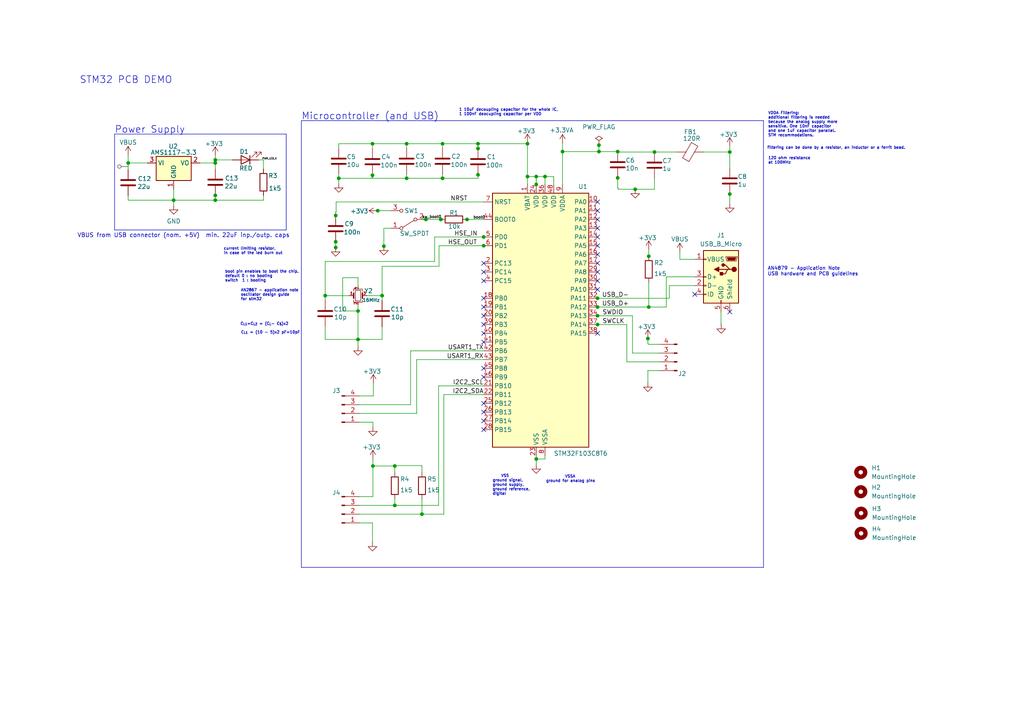
<source format=kicad_sch>
(kicad_sch (version 20230121) (generator eeschema)
  (paper "A4")
  (title_block (title "Udemy STM32 Demo PCB") (date "2024-06-11") (rev "0.1"))
  (lib_symbols
    (symbol "Connector:Conn_01x04_Pin" (pin_names (offset 1.016) hide)
      (property "Reference" "J" (at 0 5.08 0))
      (property "Value" "Conn_01x04_Pin" (at 0 -7.62 0))
      (symbol "Conn_01x04_Pin_1_1"
        (polyline (pts (xy 1.27 -5.08) (xy 0.8636 -5.08)) (stroke (width 0.1524)))
        (polyline (pts (xy 1.27 -2.54) (xy 0.8636 -2.54)) (stroke (width 0.1524)))
        (polyline (pts (xy 1.27 0) (xy 0.8636 0)) (stroke (width 0.1524)))
        (polyline (pts (xy 1.27 2.54) (xy 0.8636 2.54)) (stroke (width 0.1524)))
        (rectangle (start 0.8636 -4.953) (end 0 -5.207) (stroke (width 0.1524)) (fill (type outline)))
        (rectangle (start 0.8636 -2.413) (end 0 -2.667) (stroke (width 0.1524)) (fill (type outline)))
        (rectangle (start 0.8636 0.127) (end 0 -0.127) (stroke (width 0.1524)) (fill (type outline)))
        (rectangle (start 0.8636 2.667) (end 0 2.413) (stroke (width 0.1524)) (fill (type outline)))
        (pin passive line (at 5.08 2.54 180) (length 3.81) (name "Pin_1") (number "1"))
        (pin passive line (at 5.08 0 180) (length 3.81) (name "Pin_2") (number "2"))
        (pin passive line (at 5.08 -2.54 180) (length 3.81) (name "Pin_3") (number "3"))
        (pin passive line (at 5.08 -5.08 180) (length 3.81) (name "Pin_4") (number "4"))
      )
    )
    (symbol "Connector:USB_B_Micro" (pin_names (offset 1.016))
      (property "Reference" "J" (at -5.08 11.43 0))
      (property "Value" "USB_B_Micro" (at -5.08 8.89 0))
      (symbol "USB_B_Micro_0_1"
        (rectangle (start -5.08 -7.62) (end 5.08 7.62) (stroke (width 0.254)) (fill (type background)))
        (circle (center -3.81 2.159) (radius 0.635) (stroke (width 0.254)) (fill (type outline)))
        (circle (center -0.635 3.429) (radius 0.381) (stroke (width 0.254)) (fill (type outline)))
        (rectangle (start -0.127 -7.62) (end 0.127 -6.858))
        (polyline (pts (xy -1.905 2.159) (xy 0.635 2.159)) (stroke (width 0.254)))
        (polyline (pts (xy -3.175 2.159) (xy -2.54 2.159) (xy -1.27 3.429) (xy -0.635 3.429)) (stroke (width 0.254)))
        (polyline (pts (xy -2.54 2.159) (xy -1.905 2.159) (xy -1.27 0.889) (xy 0 0.889)) (stroke (width 0.254)))
        (polyline (pts (xy 0.635 2.794) (xy 0.635 1.524) (xy 1.905 2.159) (xy 0.635 2.794)) (stroke (width 0.254)) (fill (type outline)))
        (polyline (pts (xy -4.318 5.588) (xy -1.778 5.588) (xy -2.032 4.826) (xy -4.064 4.826) (xy -4.318 5.588)) (fill (type outline)))
        (polyline (pts (xy -4.699 5.842) (xy -4.699 5.588) (xy -4.445 4.826) (xy -4.445 4.572) (xy -1.651 4.572) (xy -1.651 4.826) (xy -1.397 5.588) (xy -1.397 5.842) (xy -4.699 5.842)))
        (rectangle (start 0.254 1.27) (end -0.508 0.508) (stroke (width 0.254)) (fill (type outline)))
        (rectangle (start 5.08 -5.207) (end 4.318 -4.953))
        (rectangle (start 5.08 -2.667) (end 4.318 -2.413))
        (rectangle (start 5.08 -0.127) (end 4.318 0.127))
        (rectangle (start 5.08 4.953) (end 4.318 5.207))
      )
      (symbol "USB_B_Micro_1_1"
        (pin power_out line (at 7.62 5.08 180) (length 2.54) (name "VBUS") (number "1"))
        (pin bidirectional line (at 7.62 -2.54 180) (length 2.54) (name "D-") (number "2"))
        (pin bidirectional line (at 7.62 0 180) (length 2.54) (name "D+") (number "3"))
        (pin passive line (at 7.62 -5.08 180) (length 2.54) (name "ID") (number "4"))
        (pin power_out line (at 0 -10.16 90) (length 2.54) (name "GND") (number "5"))
        (pin passive line (at -2.54 -10.16 90) (length 2.54) (name "Shield") (number "6"))
      )
    )
    (symbol "Device:C" (pin_numbers hide) (pin_names (offset 0.254))
      (property "Reference" "C" (at 0.635 2.54 0))
      (property "Value" "C" (at 0.635 -2.54 0))
      (symbol "C_0_1"
        (polyline (pts (xy -2.032 -0.762) (xy 2.032 -0.762)) (stroke (width 0.508)))
        (polyline (pts (xy -2.032 0.762) (xy 2.032 0.762)) (stroke (width 0.508)))
      )
      (symbol "C_1_1"
        (pin passive line (at 0 3.81 270) (length 2.794) (name "~") (number "1"))
        (pin passive line (at 0 -3.81 90) (length 2.794) (name "~") (number "2"))
      )
    )
    (symbol "Device:Crystal_GND24_Small" (pin_names (offset 1.016) hide)
      (property "Reference" "Y" (at 1.27 4.445 0))
      (property "Value" "Crystal_GND24_Small" (at 1.27 2.54 0))
      (symbol "Crystal_GND24_Small_0_1"
        (rectangle (start -0.762 -1.524) (end 0.762 1.524))
        (polyline (pts (xy -1.27 -0.762) (xy -1.27 0.762)) (stroke (width 0.381)))
        (polyline (pts (xy 1.27 -0.762) (xy 1.27 0.762)) (stroke (width 0.381)))
        (polyline (pts (xy -1.27 -1.27) (xy -1.27 -1.905) (xy 1.27 -1.905) (xy 1.27 -1.27)))
        (polyline (pts (xy -1.27 1.27) (xy -1.27 1.905) (xy 1.27 1.905) (xy 1.27 1.27)))
      )
      (symbol "Crystal_GND24_Small_1_1"
        (pin passive line (at -2.54 0 0) (length 1.27) (name "1") (number "1"))
        (pin passive line (at 0 -2.54 90) (length 0.635) (name "2") (number "2"))
        (pin passive line (at 2.54 0 180) (length 1.27) (name "3") (number "3"))
        (pin passive line (at 0 2.54 270) (length 0.635) (name "4") (number "4"))
      )
    )
    (symbol "Device:FerriteBead" (pin_numbers hide) (pin_names (offset 0))
      (property "Reference" "FB" (at -3.81 0.635 90))
      (property "Value" "FerriteBead" (at 3.81 0 90))
      (symbol "FerriteBead_0_1"
        (polyline (pts (xy 0 -1.27) (xy 0 -1.2192)))
        (polyline (pts (xy 0 1.27) (xy 0 1.2954)))
        (polyline (pts (xy -2.7686 0.4064) (xy -1.7018 2.2606) (xy 2.7686 -0.3048) (xy 1.6764 -2.159) (xy -2.7686 0.4064)))
      )
      (symbol "FerriteBead_1_1"
        (pin passive line (at 0 3.81 270) (length 2.54) (name "~") (number "1"))
        (pin passive line (at 0 -3.81 90) (length 2.54) (name "~") (number "2"))
      )
    )
    (symbol "Device:LED" (pin_numbers hide) (pin_names (offset 1.016) hide)
      (property "Reference" "D" (at 0 2.54 0))
      (property "Value" "LED" (at 0 -2.54 0))
      (symbol "LED_0_1"
        (polyline (pts (xy -1.27 -1.27) (xy -1.27 1.27)) (stroke (width 0.254)))
        (polyline (pts (xy -1.27 0) (xy 1.27 0)))
        (polyline (pts (xy 1.27 -1.27) (xy 1.27 1.27) (xy -1.27 0) (xy 1.27 -1.27)) (stroke (width 0.254)))
        (polyline (pts (xy -3.048 -0.762) (xy -4.572 -2.286) (xy -3.81 -2.286) (xy -4.572 -2.286) (xy -4.572 -1.524)))
        (polyline (pts (xy -1.778 -0.762) (xy -3.302 -2.286) (xy -2.54 -2.286) (xy -3.302 -2.286) (xy -3.302 -1.524)))
      )
      (symbol "LED_1_1"
        (pin passive line (at -3.81 0 0) (length 2.54) (name "K") (number "1"))
        (pin passive line (at 3.81 0 180) (length 2.54) (name "A") (number "2"))
      )
    )
    (symbol "Device:R" (pin_numbers hide) (pin_names (offset 0))
      (property "Reference" "R" (at 2.032 0 90))
      (property "Value" "R" (at 0 0 90))
      (symbol "R_0_1"
        (rectangle (start -1.016 -2.54) (end 1.016 2.54) (stroke (width 0.254)))
      )
      (symbol "R_1_1"
        (pin passive line (at 0 3.81 270) (length 1.27) (name "~") (number "1"))
        (pin passive line (at 0 -3.81 90) (length 1.27) (name "~") (number "2"))
      )
    )
    (symbol "MCU_ST_STM32F1:STM32F103C8Tx"
      (property "Reference" "U" (at -12.7 39.37 0))
      (property "Value" "STM32F103C8Tx" (at 10.16 39.37 0))
      (symbol "STM32F103C8Tx_0_1"
        (rectangle (start -12.7 -35.56) (end 15.24 38.1) (stroke (width 0.254)) (fill (type background)))
      )
      (symbol "STM32F103C8Tx_1_1"
        (pin power_in line (at -2.54 40.64 270) (length 2.54) (name "VBAT") (number "1"))
        (pin bidirectional line (at 17.78 35.56 180) (length 2.54) (name "PA0") (number "10"))
        (pin bidirectional line (at 17.78 33.02 180) (length 2.54) (name "PA1") (number "11"))
        (pin bidirectional line (at 17.78 30.48 180) (length 2.54) (name "PA2") (number "12"))
        (pin bidirectional line (at 17.78 27.94 180) (length 2.54) (name "PA3") (number "13"))
        (pin bidirectional line (at 17.78 25.4 180) (length 2.54) (name "PA4") (number "14"))
        (pin bidirectional line (at 17.78 22.86 180) (length 2.54) (name "PA5") (number "15"))
        (pin bidirectional line (at 17.78 20.32 180) (length 2.54) (name "PA6") (number "16"))
        (pin bidirectional line (at 17.78 17.78 180) (length 2.54) (name "PA7") (number "17"))
        (pin bidirectional line (at -15.24 7.62 0) (length 2.54) (name "PB0") (number "18"))
        (pin bidirectional line (at -15.24 5.08 0) (length 2.54) (name "PB1") (number "19"))
        (pin bidirectional line (at -15.24 17.78 0) (length 2.54) (name "PC13") (number "2"))
        (pin bidirectional line (at -15.24 2.54 0) (length 2.54) (name "PB2") (number "20"))
        (pin bidirectional line (at -15.24 -17.78 0) (length 2.54) (name "PB10") (number "21"))
        (pin bidirectional line (at -15.24 -20.32 0) (length 2.54) (name "PB11") (number "22"))
        (pin power_in line (at 0 -38.1 90) (length 2.54) (name "VSS") (number "23"))
        (pin power_in line (at 0 40.64 270) (length 2.54) (name "VDD") (number "24"))
        (pin bidirectional line (at -15.24 -22.86 0) (length 2.54) (name "PB12") (number "25"))
        (pin bidirectional line (at -15.24 -25.4 0) (length 2.54) (name "PB13") (number "26"))
        (pin bidirectional line (at -15.24 -27.94 0) (length 2.54) (name "PB14") (number "27"))
        (pin bidirectional line (at -15.24 -30.48 0) (length 2.54) (name "PB15") (number "28"))
        (pin bidirectional line (at 17.78 15.24 180) (length 2.54) (name "PA8") (number "29"))
        (pin bidirectional line (at -15.24 15.24 0) (length 2.54) (name "PC14") (number "3"))
        (pin bidirectional line (at 17.78 12.7 180) (length 2.54) (name "PA9") (number "30"))
        (pin bidirectional line (at 17.78 10.16 180) (length 2.54) (name "PA10") (number "31"))
        (pin bidirectional line (at 17.78 7.62 180) (length 2.54) (name "PA11") (number "32"))
        (pin bidirectional line (at 17.78 5.08 180) (length 2.54) (name "PA12") (number "33"))
        (pin bidirectional line (at 17.78 2.54 180) (length 2.54) (name "PA13") (number "34"))
        (pin passive line (at 0 -38.1 90) (length 2.54) hide (name "VSS") (number "35"))
        (pin power_in line (at 2.54 40.64 270) (length 2.54) (name "VDD") (number "36"))
        (pin bidirectional line (at 17.78 0 180) (length 2.54) (name "PA14") (number "37"))
        (pin bidirectional line (at 17.78 -2.54 180) (length 2.54) (name "PA15") (number "38"))
        (pin bidirectional line (at -15.24 0 0) (length 2.54) (name "PB3") (number "39"))
        (pin bidirectional line (at -15.24 12.7 0) (length 2.54) (name "PC15") (number "4"))
        (pin bidirectional line (at -15.24 -2.54 0) (length 2.54) (name "PB4") (number "40"))
        (pin bidirectional line (at -15.24 -5.08 0) (length 2.54) (name "PB5") (number "41"))
        (pin bidirectional line (at -15.24 -7.62 0) (length 2.54) (name "PB6") (number "42"))
        (pin bidirectional line (at -15.24 -10.16 0) (length 2.54) (name "PB7") (number "43"))
        (pin input line (at -15.24 30.48 0) (length 2.54) (name "BOOT0") (number "44"))
        (pin bidirectional line (at -15.24 -12.7 0) (length 2.54) (name "PB8") (number "45"))
        (pin bidirectional line (at -15.24 -15.24 0) (length 2.54) (name "PB9") (number "46"))
        (pin passive line (at 0 -38.1 90) (length 2.54) hide (name "VSS") (number "47"))
        (pin power_in line (at 5.08 40.64 270) (length 2.54) (name "VDD") (number "48"))
        (pin bidirectional line (at -15.24 25.4 0) (length 2.54) (name "PD0") (number "5"))
        (pin bidirectional line (at -15.24 22.86 0) (length 2.54) (name "PD1") (number "6"))
        (pin input line (at -15.24 35.56 0) (length 2.54) (name "NRST") (number "7"))
        (pin power_in line (at 2.54 -38.1 90) (length 2.54) (name "VSSA") (number "8"))
        (pin power_in line (at 7.62 40.64 270) (length 2.54) (name "VDDA") (number "9"))
      )
    )
    (symbol "Mechanical:MountingHole" (pin_names (offset 1.016))
      (property "Reference" "H" (at 0 5.08 0))
      (property "Value" "MountingHole" (at 0 3.175 0))
      (symbol "MountingHole_0_1"
        (circle (center 0 0) (radius 1.27) (stroke (width 1.27)))
      )
    )
    (symbol "Regulator_Linear:AMS1117-3.3"
      (property "Reference" "U" (at -3.81 3.175 0))
      (property "Value" "AMS1117-3.3" (at 0 3.175 0))
      (symbol "AMS1117-3.3_0_1"
        (rectangle (start -5.08 -5.08) (end 5.08 1.905) (stroke (width 0.254)) (fill (type background)))
      )
      (symbol "AMS1117-3.3_1_1"
        (pin power_in line (at 0 -7.62 90) (length 2.54) (name "GND") (number "1"))
        (pin power_out line (at 7.62 0 180) (length 2.54) (name "VO") (number "2"))
        (pin power_in line (at -7.62 0 0) (length 2.54) (name "VI") (number "3"))
      )
    )
    (symbol "Switch:SW_SPDT" (pin_names (offset 0) hide)
      (property "Reference" "SW1" (at -0.127 -4.699 0))
      (property "Value" "SW_SPDT" (at -0.127 5.08 0))
      (symbol "SW_SPDT_0_1"
        (circle (center -2.032 0) (radius 0.4572))
        (polyline (pts (xy -1.651 0.254) (xy 1.651 2.286)))
        (circle (center 2.032 -2.54) (radius 0.4572))
        (circle (center 2.032 2.54) (radius 0.4572))
      )
      (symbol "SW_SPDT_1_1"
        (rectangle (start -3.175 3.81) (end 3.175 -3.81) (stroke (width -0.0001)))
        (pin passive line (at 5.08 2.54 180) (length 2.54) (name "A") (number "1"))
        (pin passive line (at -5.08 0 0) (length 2.54) (name "B") (number "2"))
        (pin passive line (at 5.08 -2.54 180) (length 2.54) (name "C") (number "3"))
      )
    )
    (symbol "power:+3.3VA" (power) (pin_names (offset 0))
      (property "Value" "+3.3VA" (at 0 3.556 0))
      (symbol "+3.3VA_0_1"
        (polyline (pts (xy -0.762 1.27) (xy 0 2.54)))
        (polyline (pts (xy 0 0) (xy 0 2.54)))
        (polyline (pts (xy 0 2.54) (xy 0.762 1.27)))
      )
      (symbol "+3.3VA_1_1"
        (pin power_in line (at 0 0 90) (length 0) hide (name "+3.3VA") (number "1"))
      )
    )
    (symbol "power:+3V3" (power) (pin_names (offset 0))
      (property "Value" "+3V3" (at 0 3.556 0))
      (symbol "+3V3_0_1"
        (polyline (pts (xy -0.762 1.27) (xy 0 2.54)))
        (polyline (pts (xy 0 0) (xy 0 2.54)))
        (polyline (pts (xy 0 2.54) (xy 0.762 1.27)))
      )
      (symbol "+3V3_1_1"
        (pin power_in line (at 0 0 90) (length 0) hide (name "+3V3") (number "1"))
      )
    )
    (symbol "power:GND" (power) (pin_names (offset 0))
      (property "Value" "GND" (at 0 -3.81 0))
      (symbol "GND_0_1"
        (polyline (pts (xy 0 0) (xy 0 -1.27) (xy 1.27 -1.27) (xy 0 -2.54) (xy -1.27 -1.27) (xy 0 -1.27)))
      )
      (symbol "GND_1_1"
        (pin power_in line (at 0 0 270) (length 0) hide (name "GND") (number "1"))
      )
    )
    (symbol "power:PWR_FLAG" (power) (pin_numbers hide) (pin_names (offset 0) hide)
      (property "Value" "PWR_FLAG" (at 0 3.81 0))
      (symbol "PWR_FLAG_0_0"
        (pin power_out line (at 0 0 90) (length 0) (name "pwr") (number "1"))
      )
      (symbol "PWR_FLAG_0_1"
        (polyline (pts (xy 0 0) (xy 0 1.27) (xy -1.016 1.905) (xy 0 2.54) (xy 1.016 1.905) (xy 0 1.27)))
      )
    )
    (symbol "power:VBUS" (power) (pin_names (offset 0))
      (property "Value" "VBUS" (at 0 3.81 0))
      (symbol "VBUS_0_1"
        (polyline (pts (xy -0.762 1.27) (xy 0 2.54)))
        (polyline (pts (xy 0 0) (xy 0 2.54)))
        (polyline (pts (xy 0 2.54) (xy 0.762 1.27)))
      )
      (symbol "VBUS_1_1"
        (pin power_in line (at 0 0 90) (length 0) hide (name "VBUS") (number "1"))
      )
    )
  )
  (junction (at 135.4645 63.6541))
  (junction (at 103.8415 98.4521))
  (junction (at 155.5305 53.4941))
  (junction (at 173.7212 43.9691))
  (junction (at 108.0325 50.8271))
  (junction (at 108.1595 135.1551))
  (junction (at 62.4395 47.2711))
  (junction (at 128.3525 51.7161))
  (junction (at 62.4395 46.3821))
  (junction (at 62.4395 58.0661))
  (junction (at 211.6645 56.2881))
  (junction (at 188.1695 89.0541))
  (junction (at 98.2535 51.7161))
  (junction (at 123.5265 63.6541))
  (junction (at 97.3645 70.1311))
  (junction (at 140.2905 68.7341))
  (junction (at 173.3105 94.1341))
  (junction (at 103.8415 90.1971))
  (junction (at 97.3645 62.5111))
  (junction (at 140.2905 71.2741))
  (junction (at 62.4395 56.6691))
  (junction (at 127.8445 63.6541))
  (junction (at 173.3105 86.5141))
  (junction (at 138.6395 41.6831))
  (junction (at 152.9905 51.2081))
  (junction (at 114.5095 135.1551))
  (junction (at 94.3165 85.7521))
  (junction (at 179.1525 43.9691))
  (junction (at 128.3525 41.6831))
  (junction (at 179.1525 51.5891))
  (junction (at 97.3645 71.7821))
  (junction (at 111.3345 71.4011))
  (junction (at 114.5095 146.5851))
  (junction (at 163.1505 43.9691))
  (junction (at 122.3835 149.1251))
  (junction (at 173.3105 89.0541))
  (junction (at 187.9155 98.1981))
  (junction (at 155.5305 133.1231))
  (junction (at 189.8205 44.0961))
  (junction (at 158.0705 51.2081))
  (junction (at 50.3745 58.0661))
  (junction (at 152.9905 41.6831))
  (junction (at 37.1665 47.2711))
  (junction (at 211.6645 44.0912))
  (junction (at 173.3105 91.5941))
  (junction (at 117.9385 51.7161))
  (junction (at 184.2325 54.8911))
  (junction (at 108.0325 41.6831))
  (junction (at 188.1695 74.3221))
  (junction (at 155.5305 51.2081))
  (junction (at 138.6395 43.0801))
  (junction (at 109.5565 61.1141))
  (junction (at 173.7212 42.1051))
  (junction (at 110.8265 85.7521))
  (junction (at 138.6395 50.7001))
  (junction (at 117.9385 41.6831))
  (no_connect (at 140.2905 89.0541))
  (no_connect (at 140.2905 76.3541))
  (no_connect (at 173.3105 76.3541))
  (no_connect (at 173.3105 81.4341))
  (no_connect (at 173.3105 61.1141))
  (no_connect (at 173.3105 83.9741))
  (no_connect (at 173.3105 78.8941))
  (no_connect (at 140.2905 124.6141))
  (no_connect (at 140.2905 86.5141))
  (no_connect (at 173.3105 63.6541))
  (no_connect (at 140.2905 99.2141))
  (no_connect (at 140.2905 91.5941))
  (no_connect (at 140.2905 122.0741))
  (no_connect (at 140.2905 109.3741))
  (no_connect (at 173.3105 71.2741))
  (no_connect (at 211.6645 90.4511))
  (no_connect (at 140.2905 106.8341))
  (no_connect (at 173.3105 73.8141))
  (no_connect (at 140.2905 116.9941))
  (no_connect (at 173.3105 66.1941))
  (no_connect (at 140.2905 81.4341))
  (no_connect (at 140.2905 94.1341))
  (no_connect (at 140.2905 96.6741))
  (no_connect (at 140.2905 119.5341))
  (no_connect (at 173.3105 68.7341))
  (no_connect (at 173.3105 58.5741))
  (no_connect (at 201.5045 85.3711))
  (no_connect (at 173.3105 96.6741))
  (no_connect (at 140.2905 78.8941))
  (wire (pts (xy 179.1525 44.0961) (xy 179.1525 43.9691)))
  (wire (pts (xy 111.3345 71.4011) (xy 111.3345 71.7821)))
  (wire (pts (xy 98.2535 51.7161) (xy 107.9055 51.7161)))
  (wire (pts (xy 94.3165 85.7521) (xy 101.3015 85.7521)))
  (wire (pts (xy 173.7212 43.9691) (xy 179.1525 43.9691)))
  (wire (pts (xy 117.9385 41.6831) (xy 117.9385 42.9531)))
  (wire (pts (xy 194.1385 82.8311) (xy 194.1385 86.5141)))
  (wire (pts (xy 179.1525 51.3351) (xy 179.1525 51.5891)))
  (wire (pts (xy 189.8205 51.7161) (xy 189.8205 54.8911)))
  (wire (pts (xy 211.6645 42.4451) (xy 211.6645 44.0912)))
  (wire (pts (xy 128.3525 50.5731) (xy 128.3525 51.7161)))
  (wire (pts (xy 128.7335 149.1251) (xy 128.7335 114.4541)))
  (wire (pts (xy 138.6395 50.5731) (xy 138.8935 50.5731)))
  (wire (pts (xy 97.3645 61.4951) (xy 97.3645 62.5111)))
  (wire (pts (xy 114.5095 135.1551) (xy 114.5095 137.0601)))
  (wire (pts (xy 97.3645 62.5111) (xy 97.3645 62.6381)))
  (wire (pts (xy 140.2905 71.2741) (xy 140.5445 71.2741)))
  (wire (pts (xy 108.1595 135.1551) (xy 108.1595 144.0451)))
  (wire (pts (xy 94.3165 85.7521) (xy 94.3165 75.8461)))
  (polyline (pts (xy 221.4382 164.5718) (xy 221.4382 34.9901)))
  (wire (pts (xy 188.0212 99.7221) (xy 188.0212 99.8694)))
  (wire (pts (xy 103.8415 90.1971) (xy 99.3965 90.1971)))
  (wire (pts (xy 37.1665 47.2711) (xy 42.7545 47.2711)))
  (wire (pts (xy 107.9055 51.7161) (xy 107.9055 50.8271)))
  (wire (pts (xy 126.0665 68.7341) (xy 140.2905 68.7341)))
  (wire (pts (xy 97.4915 58.5741) (xy 140.2905 58.5741)))
  (wire (pts (xy 138.6395 41.6831) (xy 138.6395 43.0801)))
  (wire (pts (xy 110.8265 94.7691) (xy 110.8265 98.4521)))
  (wire (pts (xy 163.1505 43.9691) (xy 163.1505 53.4941)))
  (wire (pts (xy 204.0445 44.0912) (xy 204.0445 44.0961)))
  (wire (pts (xy 114.5095 144.6801) (xy 114.5095 146.5851)))
  (wire (pts (xy 97.4915 61.4951) (xy 97.3645 61.4951)))
  (wire (pts (xy 193.2495 80.2911) (xy 193.2495 89.0541)))
  (wire (pts (xy 108.0325 51.7161) (xy 108.0325 50.8271)))
  (wire (pts (xy 108.0325 151.6651) (xy 108.0325 157.2531)))
  (wire (pts (xy 179.2795 54.5101) (xy 179.2795 54.8911)))
  (wire (pts (xy 108.1595 122.4551) (xy 108.1595 123.8521)))
  (wire (pts (xy 104.2225 146.5851) (xy 114.5095 146.5851)))
  (wire (pts (xy 155.5305 133.1231) (xy 158.0705 133.1231)))
  (wire (pts (xy 37.1665 58.0661) (xy 50.3745 58.0661)))
  (wire (pts (xy 62.4395 47.2711) (xy 62.4395 49.0491)))
  (wire (pts (xy 97.3645 71.7821) (xy 97.3645 71.9091)))
  (wire (pts (xy 104.2225 117.3751) (xy 119.0815 117.3751)))
  (wire (pts (xy 209.1245 90.4511) (xy 209.1245 94.1197)))
  (wire (pts (xy 122.3835 63.6541) (xy 123.5265 63.6541)))
  (wire (pts (xy 138.6395 41.6831) (xy 152.9905 41.6831)))
  (wire (pts (xy 197.1865 75.2111) (xy 201.5045 75.2111)))
  (polyline (pts (xy 87.4153 164.5718) (xy 221.4382 164.5718)))
  (wire (pts (xy 120.8595 104.2941) (xy 140.2905 104.2941)))
  (wire (pts (xy 110.8265 85.7521) (xy 110.8265 87.1491)))
  (wire (pts (xy 114.5095 135.1551) (xy 108.1595 135.1551)))
  (wire (pts (xy 122.3835 137.0601) (xy 122.3835 135.0281)))
  (wire (pts (xy 50.3745 58.0661) (xy 62.4395 58.0661)))
  (wire (pts (xy 108.1595 133.1231) (xy 108.1595 135.1551)))
  (wire (pts (xy 138.6395 43.2071) (xy 138.6395 43.0801)))
  (wire (pts (xy 127.3365 77.2431) (xy 127.3365 71.2741)))
  (wire (pts (xy 122.3835 135.0281) (xy 114.5095 135.0281)))
  (wire (pts (xy 122.3835 149.1251) (xy 128.7335 149.1251)))
  (wire (pts (xy 173.7212 42.1051) (xy 173.7212 43.9691)))
  (wire (pts (xy 108.0325 51.7161) (xy 117.9385 51.7161)))
  (wire (pts (xy 173.0565 91.5941) (xy 173.3105 91.5941)))
  (wire (pts (xy 62.4395 45.1121) (xy 62.4395 46.3821)))
  (wire (pts (xy 187.8942 107.5961) (xy 187.8942 107.4894)))
  (polyline (pts (xy 83.0135 38.8891) (xy 33.2295 38.8891)))
  (wire (pts (xy 158.0705 133.1231) (xy 158.0705 132.2341)))
  (wire (pts (xy 108.0325 43.0801) (xy 108.0325 41.6831)))
  (wire (pts (xy 211.6645 44.0912) (xy 211.6645 48.6681)))
  (wire (pts (xy 173.1835 94.1341) (xy 173.3105 94.1341)))
  (wire (pts (xy 37.1665 56.7961) (xy 37.1665 58.0661)))
  (wire (pts (xy 179.1525 51.5891) (xy 179.1525 54.5101)))
  (wire (pts (xy 110.8265 98.4521) (xy 103.8415 98.4521)))
  (wire (pts (xy 127.8445 63.6541) (xy 128.3525 63.6541)))
  (wire (pts (xy 98.2535 50.5731) (xy 98.2535 51.7161)))
  (wire (pts (xy 187.9155 98.0711) (xy 187.9155 98.1981)))
  (wire (pts (xy 103.8415 90.1971) (xy 103.8415 98.4521)))
  (wire (pts (xy 187.8942 107.5961) (xy 187.9155 107.5961)))
  (wire (pts (xy 179.2795 54.8911) (xy 184.2325 54.8911)))
  (wire (pts (xy 191.3232 99.8694) (xy 188.0212 99.8694)))
  (wire (pts (xy 155.5305 132.2341) (xy 155.5305 133.1231)))
  (wire (pts (xy 104.2225 144.0451) (xy 108.1595 144.0451)))
  (wire (pts (xy 99.3965 80.5451) (xy 103.8415 80.5451)))
  (wire (pts (xy 173.3105 89.0541) (xy 188.1695 89.0541)))
  (wire (pts (xy 98.2535 41.6831) (xy 108.0325 41.6831)))
  (wire (pts (xy 94.3165 75.8461) (xy 126.0665 75.8461)))
  (wire (pts (xy 152.9905 41.4291) (xy 152.9905 41.6831)))
  (wire (pts (xy 181.7982 104.9494) (xy 181.7982 94.1341)))
  (wire (pts (xy 158.0705 51.2081) (xy 155.5305 51.2081)))
  (wire (pts (xy 103.8415 98.4521) (xy 103.8415 100.4841)))
  (wire (pts (xy 103.8415 88.2921) (xy 103.8415 90.1971)))
  (wire (pts (xy 62.4395 56.4151) (xy 62.4395 56.6691)))
  (wire (pts (xy 128.3525 42.9531) (xy 128.3525 41.6831)))
  (wire (pts (xy 123.5265 63.6541) (xy 127.8445 63.6541)))
  (wire (pts (xy 211.6645 56.2881) (xy 211.6645 56.0341)))
  (wire (pts (xy 120.8595 119.9151) (xy 120.8595 104.2941)))
  (wire (pts (xy 110.8265 77.2431) (xy 127.3365 77.2431)))
  (polyline (pts (xy 87.4502 34.9901) (xy 221.4382 34.9901)))
  (wire (pts (xy 128.3525 63.5271) (xy 128.3525 63.6541)))
  (wire (pts (xy 114.5095 146.5851) (xy 127.2095 146.5851)))
  (wire (pts (xy 37.1665 44.9851) (xy 37.1665 47.2711)))
  (wire (pts (xy 128.4795 63.5271) (xy 128.3525 63.5271)))
  (wire (pts (xy 94.3165 87.1491) (xy 94.3165 85.7521)))
  (wire (pts (xy 119.0815 101.7541) (xy 140.2905 101.7541)))
  (wire (pts (xy 173.3105 91.5941) (xy 183.4492 91.5941)))
  (wire (pts (xy 126.0665 75.8461) (xy 126.0665 68.7341)))
  (wire (pts (xy 76.4095 58.0661) (xy 62.4395 58.0661)))
  (wire (pts (xy 160.6105 51.2081) (xy 160.6105 53.4941)))
  (wire (pts (xy 50.3745 54.8911) (xy 50.3745 58.0661)))
  (wire (pts (xy 188.1695 72.4171) (xy 188.1695 74.3221)))
  (wire (pts (xy 152.9905 41.6831) (xy 152.9905 51.2081)))
  (wire (pts (xy 104.2225 114.8351) (xy 108.2865 114.8351)))
  (wire (pts (xy 138.6395 51.7161) (xy 138.6395 50.7001)))
  (wire (pts (xy 179.1525 54.5101) (xy 179.2795 54.5101)))
  (wire (pts (xy 191.3232 102.4094) (xy 183.4492 102.4094)))
  (wire (pts (xy 98.2535 53.2401) (xy 98.2535 51.7161)))
  (wire (pts (xy 117.9385 41.6831) (xy 128.3525 41.6831)))
  (wire (pts (xy 50.3745 58.0661) (xy 50.3745 59.5901)))
  (wire (pts (xy 188.0212 99.7221) (xy 187.9155 99.7221)))
  (wire (pts (xy 99.3965 90.1971) (xy 99.3965 80.5451)))
  (wire (pts (xy 173.7212 42.1051) (xy 173.7149 42.1051)))
  (wire (pts (xy 155.5305 53.4941) (xy 155.5305 53.6211)))
  (wire (pts (xy 160.6105 51.2081) (xy 158.0705 51.2081)))
  (polyline (pts (xy 83.0135 66.7021) (xy 83.0135 38.8891)))
  (wire (pts (xy 104.2225 119.9151) (xy 120.8595 119.9151)))
  (wire (pts (xy 188.1695 81.9421) (xy 188.1695 89.0541)))
  (wire (pts (xy 62.4395 56.6691) (xy 62.4395 58.0661)))
  (wire (pts (xy 189.8205 44.0961) (xy 196.4245 44.0961)))
  (wire (pts (xy 173.7212 41.9781) (xy 173.7212 42.1051)))
  (wire (pts (xy 97.4915 61.4951) (xy 97.4915 58.5741)))
  (wire (pts (xy 155.5305 133.1231) (xy 155.5305 134.7741)))
  (wire (pts (xy 187.8942 107.4894) (xy 191.3232 107.4894)))
  (wire (pts (xy 106.3815 85.7521) (xy 110.8265 85.7521)))
  (wire (pts (xy 37.1665 49.1761) (xy 37.1665 47.2711)))
  (polyline (pts (xy 33.2295 38.8891) (xy 33.2295 66.7021)))
  (wire (pts (xy 155.5305 51.2081) (xy 155.5305 53.4941)))
  (wire (pts (xy 98.2535 42.9531) (xy 98.2535 41.6831)))
  (wire (pts (xy 62.4395 46.3821) (xy 67.3925 46.3821)))
  (wire (pts (xy 127.2095 111.9141) (xy 140.2905 111.9141)))
  (wire (pts (xy 128.3525 41.6831) (xy 138.6395 41.6831)))
  (wire (pts (xy 97.3645 70.0041) (xy 97.3645 70.1311)))
  (wire (pts (xy 109.4295 61.1141) (xy 109.5565 61.1141)))
  (wire (pts (xy 187.9155 107.5961) (xy 187.9155 111.0251)))
  (wire (pts (xy 211.6645 56.2881) (xy 211.6645 59.0821)))
  (wire (pts (xy 173.0565 86.5141) (xy 173.3105 86.5141)))
  (wire (pts (xy 204.0445 44.0912) (xy 211.6645 44.0912)))
  (wire (pts (xy 173.1835 89.0541) (xy 173.3105 89.0541)))
  (wire (pts (xy 134.9565 63.6541) (xy 135.4645 63.6541)))
  (wire (pts (xy 138.6395 50.7001) (xy 138.8935 50.7001)))
  (wire (pts (xy 173.7149 42.1051) (xy 173.7149 42.0337)))
  (wire (pts (xy 201.5045 80.2911) (xy 193.2495 80.2911)))
  (wire (pts (xy 155.5305 51.2081) (xy 152.9905 51.2081)))
  (wire (pts (xy 188.1695 74.3221) (xy 188.1695 74.4491)))
  (wire (pts (xy 191.3232 104.9494) (xy 181.7982 104.9494)))
  (wire (pts (xy 103.8415 98.4521) (xy 94.3165 98.4521)))
  (wire (pts (xy 108.0325 41.6831) (xy 117.9385 41.6831)))
  (polyline (pts (xy 87.4153 34.9867) (xy 87.4153 164.5718)))
  (wire (pts (xy 209.1245 94.1197) (xy 209.1822 94.1197)))
  (wire (pts (xy 122.3835 63.5271) (xy 122.3835 63.6541)))
  (wire (pts (xy 173.3105 94.1341) (xy 181.7982 94.1341)))
  (wire (pts (xy 163.1505 41.5561) (xy 163.1505 43.9691)))
  (wire (pts (xy 184.2325 54.8911) (xy 189.8205 54.8911)))
  (wire (pts (xy 104.2225 151.6651) (xy 108.0325 151.6651)))
  (wire (pts (xy 98.1265 51.7161) (xy 98.2535 51.7161)))
  (wire (pts (xy 138.8935 50.7001) (xy 138.8935 50.5731)))
  (wire (pts (xy 103.8415 80.5451) (xy 103.8415 83.2121)))
  (wire (pts (xy 114.5095 135.0281) (xy 114.5095 135.1551)))
  (wire (pts (xy 104.2225 149.1251) (xy 122.3835 149.1251)))
  (wire (pts (xy 127.3365 71.2741) (xy 140.2905 71.2741)))
  (wire (pts (xy 107.9055 50.8271) (xy 108.0325 50.8271)))
  (wire (pts (xy 110.8265 77.2431) (xy 110.8265 85.7521)))
  (wire (pts (xy 108.0325 50.8271) (xy 108.0325 50.7001)))
  (polyline (pts (xy 33.2295 66.7021) (xy 83.0135 66.7021)))
  (wire (pts (xy 75.0125 46.3821) (xy 76.4095 46.3821)))
  (wire (pts (xy 127.2095 146.5851) (xy 127.2095 111.9141)))
  (wire (pts (xy 163.1505 43.9691) (xy 173.7212 43.9691)))
  (wire (pts (xy 140.2905 68.7341) (xy 140.5445 68.7341)))
  (wire (pts (xy 108.2865 114.8351) (xy 108.2865 111.1521)))
  (wire (pts (xy 111.3345 66.1941) (xy 111.3345 71.4011)))
  (wire (pts (xy 179.1525 44.0961) (xy 189.8205 44.0961)))
  (wire (pts (xy 76.4095 56.6691) (xy 76.4095 58.0661)))
  (wire (pts (xy 128.3525 51.7161) (xy 138.6395 51.7161)))
  (wire (pts (xy 117.9385 51.7161) (xy 128.3525 51.7161)))
  (wire (pts (xy 122.3835 144.6801) (xy 122.3835 149.1251)))
  (wire (pts (xy 128.7335 114.4541) (xy 140.2905 114.4541)))
  (wire (pts (xy 109.5565 61.1141) (xy 113.3665 61.1141)))
  (wire (pts (xy 104.2225 122.4551) (xy 108.1595 122.4551)))
  (wire (pts (xy 183.4492 102.4094) (xy 183.4492 91.5941)))
  (wire (pts (xy 135.4645 63.6541) (xy 140.2905 63.6541)))
  (wire (pts (xy 173.3105 86.5141) (xy 194.1385 86.5141)))
  (wire (pts (xy 152.9905 51.2081) (xy 152.9905 53.4941)))
  (wire (pts (xy 197.1865 73.0521) (xy 197.1865 75.2111)))
  (wire (pts (xy 62.4395 46.3821) (xy 62.4395 47.2711)))
  (wire (pts (xy 158.0705 51.2081) (xy 158.0705 53.4941)))
  (wire (pts (xy 201.5045 82.8311) (xy 194.1385 82.8311)))
  (wire (pts (xy 188.1695 89.0541) (xy 193.2495 89.0541)))
  (wire (pts (xy 57.9945 47.2711) (xy 62.4395 47.2711)))
  (wire (pts (xy 117.9385 50.5731) (xy 117.9385 51.7161)))
  (wire (pts (xy 187.9155 99.7221) (xy 187.9155 98.1981)))
  (wire (pts (xy 119.0815 117.3751) (xy 119.0815 101.7541)))
  (wire (pts (xy 113.3665 66.1941) (xy 111.3345 66.1941)))
  (wire (pts (xy 97.3645 70.1311) (xy 97.3645 71.7821)))
  (wire (pts (xy 76.4095 46.3821) (xy 76.4095 49.0491)))
  (wire (pts (xy 94.3165 94.7691) (xy 94.3165 98.4521)))
  (text "AN4879 - Application Note\nUSB hardware and PCB guidelines" (at 222.6096 80.1669 0) (effects (font (size 1 1)) (justify left bottom)))
  (text "120 ohm resistance\nat 100MHz\n" (at 222.7736 47.7519 0) (effects (font (size 0.8 0.8)) (justify left bottom)))
  (text "Power Supply" (at 33.2295 38.8891 0) (effects (font (size 2 2)) (justify left bottom)))
  (text "VDDA Filtering:\nadditional filtering is needed \nbecause the analog supply more \nsensitive. One 10nF capacitor \nand one 1uF capacitor parallel.\nSTM recommodations. " (at 222.738 39.8462 0) (effects (font (size 0.8 0.8)) (justify left bottom)))
  (text "1 10uF decoupling capacitor for the whole IC,\n1 100nF deocupling capacitor per VDD\n \n" (at 133.1069 34.9901 0) (effects (font (size 0.8 0.8)) (justify left bottom)))
  (text "VBUS from USB connector (nom. +5V)  min. 22uF inp./outp. caps" (at 22.4123 69.0953 0) (effects (font (size 1.2 1.2)) (justify left bottom)))
  (text "C_{L1} = (10 - 5)x2 pF=10pF\n" (at 69.8494 97.0239 0) (effects (font (size 0.8 0.8)) (justify left bottom)))
  (text "filtering can be done by a resistor, an inductor or a ferrit bead." (at 222.4812 43.4416 0) (effects (font (size 0.8 0.8)) (justify left bottom)))
  (text "         VSSA\nground for analog pins" (at 158.3245 140.1081 0) (effects (font (size 0.8 0.8)) (justify left bottom)))
  (text "Microcontroller (and USB)" (at 87.4153 34.9867 0) (effects (font (size 2 2)) (justify left bottom)))
  (text "C_{L1}=C_{L2} = (C_{L}- C_{S})x2" (at 69.6734 94.5488 0) (effects (font (size 0.8 0.8)) (justify left bottom)))
  (text "boot pin enables to boot the chip,\ndefault 0 : no booting\nswitch  1 : booting " (at 65.2156 81.9512 0) (effects (font (size 0.8 0.8)) (justify left bottom)))
  (text "AN2867 - application note \noscillator design guide\nfor stm32\n" (at 69.8018 87.3578 0) (effects (font (size 0.8 0.8)) (justify left bottom)))
  (text "    VSS\nground signal,\nground supply,\nground reference,\ndigital" (at 142.8305 143.7911 0) (effects (font (size 0.8 0.8)) (justify left bottom)))
  (text "current limiting resistor,\nin case of the led burn out" (at 64.8441 73.9999 0) (effects (font (size 0.8 0.8)) (justify left bottom)))
  (text "STM32 PCB DEMO " (at 23.0608 24.46 0) (effects (font (size 2 2)) (justify left bottom)))
  (label "USART1_TX" (at 140.2905 101.7541 180))
  (label "I2C2_SCL" (at 140.2905 111.9141 180))
  (label "SWDIO" (at 174.7075 91.5941 0))
  (label "PWR_LED_K" (at 76.0285 46.3821 0) (effects (font (size 0.5 0.5))))
  (label "sw_boot0" (at 122.3835 63.5271 0) (effects (font (size 0.8 0.8))))
  (label "boot0" (at 137.2108 63.6541 0) (effects (font (size 0.8 0.8))))
  (label "USB_D-" (at 174.5805 86.5141 0))
  (label "I2C2_SDA" (at 140.2905 114.4541 180))
  (label "SWCLK" (at 174.7075 94.1341 0))
  (label "HSE_IN" (at 138.5125 68.7341 180))
  (label "USART1_RX" (at 140.2905 104.2941 180))
  (label "HSE_OUT" (at 138.3855 71.2741 180))
  (label "NRST" (at 130.6385 58.5741 0))
  (label "USB_D+" (at 174.5805 89.0541 0))
  (netclass_flag "" (length 2.54) (shape round) (at 37.1665 48.3045 90) (property "Netclass" "POWER" (effects hide)))
  (symbol (lib_id "Device:C") (at 62.4395 52.8591 0) (unit 1)
    (property "Reference" "C13" (at 65.2335 51.7161 0) (effects (justify left)))
    (property "Value" "22u" (at 65.1065 54.0021 0) (effects (justify left)))
    (property "Footprint" "Capacitor_SMD:C_0805_2012Metric" (effects hide))
  )
  (symbol (lib_id "Regulator_Linear:AMS1117-3.3") (at 50.3745 47.2711 0) (unit 1)
    (property "Reference" "U2" (at 50.2475 42.4451 0))
    (property "Value" "AMS1117-3.3" (at 50.3745 44.2231 0))
    (property "Footprint" "Package_TO_SOT_SMD:SOT-223-3_TabPin2" (effects hide))
    (property "Datasheet" "http://www.advanced-monolithic.com/pdf/ds1117.pdf" (effects hide))
  )
  (symbol (lib_id "Device:C") (at 97.3645 66.3211 0) (unit 1)
    (property "Reference" "C9" (at 99.9045 64.9241 0) (effects (justify left)))
    (property "Value" "100n" (at 99.6505 67.3371 0) (effects (justify left)))
    (property "Footprint" "Capacitor_SMD:C_0402_1005Metric" (effects hide))
  )
  (symbol (lib_id "power:PWR_FLAG") (at 173.7149 42.0337 0) (unit 1)
    (property "Reference" "#FLG01" (effects hide))
    (property "Value" "PWR_FLAG" (at 173.7149 36.83 0))
  )
  (symbol (lib_id "Device:C") (at 117.9385 46.7631 0) (unit 1)
    (property "Reference" "C3" (at 120.4785 45.3661 0) (effects (justify left)))
    (property "Value" "100n" (at 120.2245 47.7791 0) (effects (justify left)))
    (property "Footprint" "Capacitor_SMD:C_0402_1005Metric" (effects hide))
  )
  (symbol (lib_id "power:+3V3") (at 62.4395 45.1121 0) (unit 1)
    (property "Reference" "#PWR018" (effects hide))
    (property "Value" "+3V3" (at 62.0585 41.6831 0))
  )
  (symbol (lib_id "power:+3V3") (at 211.6645 42.4451 0) (unit 1)
    (property "Reference" "#PWR07" (effects hide))
    (property "Value" "+3V3" (at 211.2835 39.0161 0))
  )
  (symbol (lib_id "power:GND") (at 98.2535 53.2401 0) (unit 1)
    (property "Reference" "#PWR02" (effects hide))
    (property "Value" "GND" (effects hide))
  )
  (symbol (lib_id "Device:C") (at 108.0325 46.8901 0) (unit 1)
    (property "Reference" "C4" (at 110.5725 45.4931 0) (effects (justify left)))
    (property "Value" "100n" (at 110.3185 47.9061 0) (effects (justify left)))
    (property "Footprint" "Capacitor_SMD:C_0402_1005Metric" (effects hide))
  )
  (symbol (lib_id "power:VBUS") (at 37.1665 44.9851 0) (unit 1)
    (property "Reference" "#PWR017" (effects hide))
    (property "Value" "VBUS" (at 37.1665 41.3021 0))
  )
  (symbol (lib_id "Connector:Conn_01x04_Pin") (at 99.1425 119.9151 0) (mirror x) (unit 1)
    (property "Reference" "J3" (at 98.7615 113.3111 0) (effects (justify right)))
    (property "Value" "Conn_01x04_Pin" (effects hide))
    (property "Footprint" "Connector_PinHeader_2.54mm:PinHeader_1x04_P2.54mm_Vertical" (effects hide))
  )
  (symbol (lib_id "power:GND") (at 155.5305 134.7741 0) (unit 1)
    (property "Reference" "#PWR03" (effects hide))
    (property "Value" "GND" (effects hide))
  )
  (symbol (lib_id "Connector:Conn_01x04_Pin") (at 99.1425 149.1251 0) (mirror x) (unit 1)
    (property "Reference" "J4" (at 98.7615 142.9021 0) (effects (justify right)))
    (property "Value" "Conn_01x04_Pin" (effects hide))
    (property "Footprint" "Connector_PinHeader_2.54mm:PinHeader_1x04_P2.54mm_Vertical" (effects hide))
  )
  (symbol (lib_id "power:GND") (at 103.8415 100.4841 0) (unit 1)
    (property "Reference" "#PWR011" (effects hide))
    (property "Value" "GND" (effects hide))
  )
  (symbol (lib_id "Connector:Conn_01x04_Pin") (at 196.4032 104.9494 180) (unit 1)
    (property "Reference" "J2" (at 196.6572 108.3784 0) (effects (justify right)))
    (property "Value" "Conn_01x04_Pin" (effects hide))
    (property "Footprint" "Connector_PinHeader_2.54mm:PinHeader_1x04_P2.54mm_Vertical" (effects hide))
  )
  (symbol (lib_id "Device:C") (at 179.1525 47.7791 0) (unit 1)
    (property "Reference" "C6" (at 181.4385 46.5091 0) (effects (justify left)))
    (property "Value" "10n" (at 181.4385 48.7951 0) (effects (justify left)))
    (property "Footprint" "Capacitor_SMD:C_0402_1005Metric" (effects hide))
  )
  (symbol (lib_id "power:+3V3") (at 188.1695 72.4171 0) (unit 1)
    (property "Reference" "#PWR013" (effects hide))
    (property "Value" "+3V3" (at 187.7885 68.9881 0))
  )
  (symbol (lib_id "Device:R") (at 188.1695 78.1321 0) (unit 1)
    (property "Reference" "R2" (at 189.6935 76.2271 0) (effects (justify left)))
    (property "Value" "1k5" (at 189.6935 79.4021 0) (effects (justify left)))
    (property "Footprint" "Resistor_SMD:R_0402_1005Metric" (effects hide))
  )
  (symbol (lib_id "power:GND") (at 108.0325 157.2531 0) (unit 1)
    (property "Reference" "#PWR022" (effects hide))
    (property "Value" "GND" (effects hide))
  )
  (symbol (lib_id "Connector:USB_B_Micro") (at 209.1245 80.2911 0) (mirror y) (unit 1)
    (property "Reference" "J1" (at 209.1245 68.2261 0))
    (property "Value" "USB_B_Micro" (at 209.1245 70.7661 0))
    (property "Footprint" "Connector_USB:USB_Micro-B_Wuerth_629105150521" (effects hide))
  )
  (symbol (lib_id "Mechanical:MountingHole") (at 249.7578 148.8353 0) (unit 1)
    (property "Reference" "H3" (at 252.8428 147.5653 0) (effects (justify left)))
    (property "Value" "MountingHole" (at 252.8428 150.1053 0) (effects (justify left)))
    (property "Footprint" "MountingHole:MountingHole_2.2mm_M2" (effects hide))
  )
  (symbol (lib_id "power:VBUS") (at 197.1865 73.0521 0) (unit 1)
    (property "Reference" "#PWR012" (effects hide))
    (property "Value" "VBUS" (at 197.1865 69.3691 0))
  )
  (symbol (lib_id "power:+3V3") (at 108.1595 133.1231 0) (unit 1)
    (property "Reference" "#PWR020" (effects hide))
    (property "Value" "+3V3" (at 107.7785 129.6941 0))
  )
  (symbol (lib_id "Mechanical:MountingHole") (at 249.6663 142.615 0) (unit 1)
    (property "Reference" "H2" (at 252.7513 141.345 0) (effects (justify left)))
    (property "Value" "MountingHole" (at 252.7513 143.885 0) (effects (justify left)))
    (property "Footprint" "MountingHole:MountingHole_2.2mm_M2" (effects hide))
  )
  (symbol (lib_id "power:GND") (at 209.1822 94.1197 0) (unit 1)
    (property "Reference" "#PWR023" (effects hide))
    (property "Value" "GND" (effects hide))
  )
  (symbol (lib_id "Device:C") (at 98.2535 46.7631 0) (unit 1)
    (property "Reference" "C5" (at 100.5395 45.4931 0) (effects (justify left)))
    (property "Value" "10u" (at 100.5395 47.7791 0) (effects (justify left)))
    (property "Footprint" "Capacitor_SMD:C_0603_1608Metric" (effects hide))
  )
  (symbol (lib_id "power:+3V3") (at 152.9905 41.4291 0) (unit 1)
    (property "Reference" "#PWR01" (effects hide))
    (property "Value" "+3V3" (at 152.6095 38.0001 0))
  )
  (symbol (lib_id "power:+3.3VA") (at 163.1505 41.5561 0) (unit 1)
    (property "Reference" "#PWR05" (effects hide))
    (property "Value" "+3.3VA" (at 162.8965 37.7461 0))
  )
  (symbol (lib_id "power:+3V3") (at 108.2865 111.1521 0) (unit 1)
    (property "Reference" "#PWR019" (effects hide))
    (property "Value" "+3V3" (at 107.9055 107.7231 0))
  )
  (symbol (lib_id "power:GND") (at 211.6645 59.0821 0) (unit 1)
    (property "Reference" "#PWR06" (effects hide))
    (property "Value" "GND" (effects hide))
  )
  (symbol (lib_id "Device:C") (at 128.3525 46.7631 0) (unit 1)
    (property "Reference" "C2" (at 130.8925 45.3661 0) (effects (justify left)))
    (property "Value" "100n" (at 130.6385 47.7791 0) (effects (justify left)))
    (property "Footprint" "Capacitor_SMD:C_0402_1005Metric" (effects hide))
  )
  (symbol (lib_id "Device:LED") (at 71.2025 46.3821 180) (unit 1)
    (property "Reference" "D1" (at 70.8215 43.9691 0))
    (property "Value" "RED" (at 71.3295 48.7951 0))
    (property "Footprint" "LED_SMD:LED_0603_1608Metric" (effects hide))
  )
  (symbol (lib_id "Device:FerriteBead") (at 200.2345 44.0961 90) (unit 1)
    (property "Reference" "FB1" (at 200.2345 38.2541 90))
    (property "Value" "120R" (at 200.6155 40.1591 90))
    (property "Footprint" "Inductor_SMD:L_0603_1608Metric" (effects hide))
  )
  (symbol (lib_id "Device:R") (at 131.6545 63.6541 90) (unit 1)
    (property "Reference" "R1" (at 131.6545 61.7491 90))
    (property "Value" "10k" (at 131.7815 65.6861 90))
    (property "Footprint" "Resistor_SMD:R_0402_1005Metric" (effects hide))
  )
  (symbol (lib_id "Switch:SW_SPDT") (at 118.4465 63.6541 180) (unit 1)
    (property "Reference" "SW1" (at 119.3355 61.1141 0))
    (property "Value" "SW_SPDT" (at 120.2245 67.7181 0))
    (property "Footprint" "Button_Switch_SMD:SW_SPDT_PCM12" (effects hide))
  )
  (symbol (lib_id "power:GND") (at 187.9155 111.0251 0) (unit 1)
    (property "Reference" "#PWR015" (effects hide))
    (property "Value" "GND" (effects hide))
  )
  (symbol (lib_id "Device:C") (at 138.6395 46.8901 0) (unit 1)
    (property "Reference" "C1" (at 141.1795 45.4931 0) (effects (justify left)))
    (property "Value" "100n" (at 140.9255 47.9061 0) (effects (justify left)))
    (property "Footprint" "Capacitor_SMD:C_0402_1005Metric" (effects hide))
  )
  (symbol (lib_id "Device:R") (at 76.4095 52.8591 0) (unit 1)
    (property "Reference" "R3" (at 77.8065 50.9541 0) (effects (justify left)))
    (property "Value" "1k5" (at 77.9335 54.6371 0) (effects (justify left)))
    (property "Footprint" "Resistor_SMD:R_0402_1005Metric" (effects hide))
  )
  (symbol (lib_id "power:GND") (at 108.1595 123.8521 0) (unit 1)
    (property "Reference" "#PWR021" (effects hide))
    (property "Value" "GND" (effects hide))
  )
  (symbol (lib_id "Mechanical:MountingHole") (at 249.645 136.9823 0) (unit 1)
    (property "Reference" "H1" (at 252.73 135.7123 0) (effects (justify left)))
    (property "Value" "MountingHole" (at 252.73 138.2523 0) (effects (justify left)))
    (property "Footprint" "MountingHole:MountingHole_2.2mm_M2" (effects hide))
  )
  (symbol (lib_id "Device:C") (at 189.8205 47.9061 0) (unit 1)
    (property "Reference" "C7" (at 192.1065 46.6361 0) (effects (justify left)))
    (property "Value" "1u" (at 192.1065 48.9221 0) (effects (justify left)))
    (property "Footprint" "Capacitor_SMD:C_0402_1005Metric" (effects hide))
  )
  (symbol (lib_id "Device:R") (at 114.5095 140.8701 0) (unit 1)
    (property "Reference" "R4" (at 116.0335 138.9651 0) (effects (justify left)))
    (property "Value" "1k5" (at 116.0335 142.1401 0) (effects (justify left)))
    (property "Footprint" "Resistor_SMD:R_0402_1005Metric" (effects hide))
  )
  (symbol (lib_id "power:GND") (at 184.2325 54.8911 0) (unit 1)
    (property "Reference" "#PWR04" (effects hide))
    (property "Value" "GND" (effects hide))
  )
  (symbol (lib_id "Device:Crystal_GND24_Small") (at 103.8415 85.7521 0) (unit 1)
    (property "Reference" "Y2" (at 106.8895 84.3551 0))
    (property "Value" "16MHz" (at 107.6515 87.0221 0) (effects (font (size 1 1))))
    (property "Footprint" "Crystal:Crystal_SMD_3225-4Pin_3.2x2.5mm_HandSoldering" (effects hide))
  )
  (symbol (lib_id "Device:C") (at 110.8265 90.9591 0) (unit 1)
    (property "Reference" "C11" (at 113.2395 89.6891 0) (effects (justify left)))
    (property "Value" "10p" (at 113.3665 91.9751 0) (effects (justify left)))
    (property "Footprint" "Capacitor_SMD:C_0402_1005Metric" (effects hide))
  )
  (symbol (lib_id "Device:R") (at 122.3835 140.8701 0) (unit 1)
    (property "Reference" "R5" (at 123.9075 138.9651 0) (effects (justify left)))
    (property "Value" "1k5" (at 123.9075 142.1401 0) (effects (justify left)))
    (property "Footprint" "Resistor_SMD:R_0402_1005Metric" (effects hide))
  )
  (symbol (lib_id "MCU_ST_STM32F1:STM32F103C8Tx") (at 155.5305 94.1341 0) (unit 1)
    (property "Reference" "U1" (at 167.6939 54.1172 0) (effects (justify left)))
    (property "Value" "STM32F103C8T6" (at 160.6264 131.5171 0) (effects (justify left)))
    (property "Footprint" "Package_QFP:LQFP-48_7x7mm_P0.5mm" (effects hide))
    (property "Datasheet" "https://www.st.com/resource/en/datasheet/stm32f103c8.pdf" (effects hide))
  )
  (symbol (lib_id "power:GND") (at 111.3345 71.4011 0) (unit 1)
    (property "Reference" "#PWR09" (effects hide))
    (property "Value" "GND" (effects hide))
  )
  (symbol (lib_id "Device:C") (at 211.6645 52.4781 0) (unit 1)
    (property "Reference" "C8" (at 213.9505 51.2081 0) (effects (justify left)))
    (property "Value" "1u" (at 213.9505 53.4941 0) (effects (justify left)))
    (property "Footprint" "Capacitor_SMD:C_0402_1005Metric" (effects hide))
  )
  (symbol (lib_id "power:+3V3") (at 187.9155 98.1981 0) (unit 1)
    (property "Reference" "#PWR014" (effects hide))
    (property "Value" "+3V3" (at 187.5345 94.7691 0))
  )
  (symbol (lib_id "power:GND") (at 50.3745 59.5901 0) (unit 1)
    (property "Reference" "#PWR016" (effects hide))
    (property "Value" "GND" (at 50.3745 64.1621 0))
  )
  (symbol (lib_id "power:+3V3") (at 109.5565 61.1141 90) (unit 1)
    (property "Reference" "#PWR010" (effects hide))
    (property "Value" "+3V3" (at 104.2225 61.2411 90))
  )
  (symbol (lib_id "Device:C") (at 37.1665 52.9861 0) (unit 1)
    (property "Reference" "C12" (at 39.9605 51.8431 0) (effects (justify left)))
    (property "Value" "22u" (at 39.8335 54.1291 0) (effects (justify left)))
    (property "Footprint" "Capacitor_SMD:C_0805_2012Metric" (effects hide))
  )
  (symbol (lib_id "Device:C") (at 94.3165 90.9591 0) (unit 1)
    (property "Reference" "C10" (at 96.7295 89.6891 0) (effects (justify left)))
    (property "Value" "10p" (at 96.8565 91.9751 0) (effects (justify left)))
    (property "Footprint" "Capacitor_SMD:C_0402_1005Metric" (effects hide))
  )
  (symbol (lib_id "Mechanical:MountingHole") (at 249.7578 154.6897 0) (unit 1)
    (property "Reference" "H4" (at 252.8428 153.4197 0) (effects (justify left)))
    (property "Value" "MountingHole" (at 252.8428 155.9597 0) (effects (justify left)))
    (property "Footprint" "MountingHole:MountingHole_2.2mm_M2" (effects hide))
  )
  (symbol (lib_id "power:GND") (at 97.3645 71.7821 0) (unit 1)
    (property "Reference" "#PWR08" (effects hide))
    (property "Value" "GND" (effects hide))
  )
)
</source>
